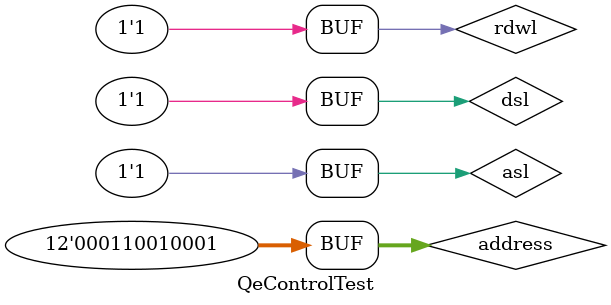
<source format=v>
`timescale 1us / 1us


module QeControlTest;

	// Inputs
	reg [11:0] address;
	reg asl;
	reg dsl;
	reg rdwl;

	// Outputs
	wire dtackl;
	wire dsmcl;
	wire gate7seg;
	wire dbenl;
	wire dbdir;
	wire wizcsl;
	wire wizrdl;
	wire wizwrl;

	// Instantiate the Unit Under Test (UUT)
	QeControl uut (
		.address(address), 
		.asl(asl), 
		.dsl(dsl), 
		.rdwl(rdwl), 
		.dtackl(dtackl), 
		.dsmcl(dsmcl), 
		.gate7seg(gate7seg), 
		.dbenl(dbenl), 
		.dbdir(dbdir), 
		.wizcsl(wizcsl), 
		.wizrdl(wizrdl), 
		.wizwrl(wizwrl)
	);

	initial begin
		// Initialize Inputs
		address = 0;
		asl = 1;
		dsl = 1;
		rdwl = 1;

		// Wait 100 ns for global reset to finish
		#50;
		address = 12'h183;
		asl = 0;
		#50;
		dsl = 0;
		#50;
		dsl = 1;
		asl = 1;
		#50;
		asl = 0;
		rdwl = 0;
		#50;
		dsl = 0;
		#50;
		dsl = 1;
		asl = 1;
		#50;
		address = 12'h192;
		asl = 0;
		#50;
		dsl = 0;
		#50;
		asl = 1;
		dsl = 1;
		#50;
		address = 12'h194;
		asl = 1;
		rdwl = 1;
		#50;
		dsl = 0;
		#50;
		dsl = 1;
		asl = 1;
		#50;
		address = 12'h191;
		asl = 0;
		rdwl = 1;
		#50;
		dsl = 0;
		#50;
		dsl = 1;
		asl = 1;
	end
      
endmodule


</source>
